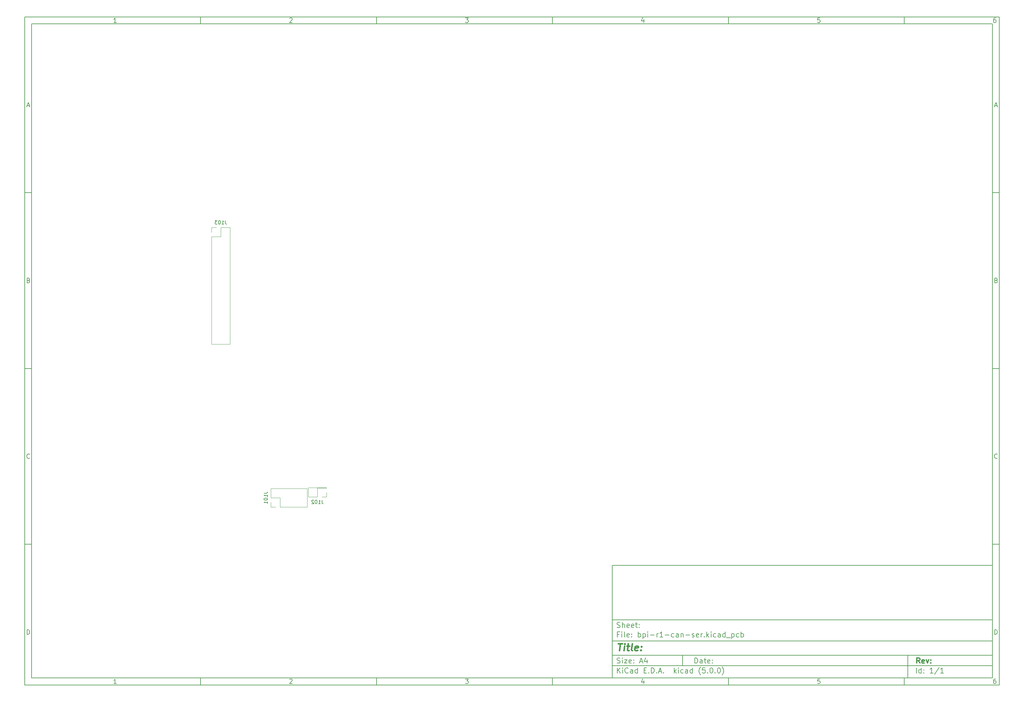
<source format=gbo>
G04 #@! TF.GenerationSoftware,KiCad,Pcbnew,(5.0.0)*
G04 #@! TF.CreationDate,2018-08-15T00:31:51+02:00*
G04 #@! TF.ProjectId,bpi-r1-can-ser,6270692D72312D63616E2D7365722E6B,rev?*
G04 #@! TF.SameCoordinates,Original*
G04 #@! TF.FileFunction,Legend,Bot*
G04 #@! TF.FilePolarity,Positive*
%FSLAX46Y46*%
G04 Gerber Fmt 4.6, Leading zero omitted, Abs format (unit mm)*
G04 Created by KiCad (PCBNEW (5.0.0)) date 08/15/18 00:31:51*
%MOMM*%
%LPD*%
G01*
G04 APERTURE LIST*
%ADD10C,0.100000*%
%ADD11C,0.150000*%
%ADD12C,0.300000*%
%ADD13C,0.400000*%
%ADD14C,0.120000*%
G04 APERTURE END LIST*
D10*
D11*
X177002200Y-166007200D02*
X177002200Y-198007200D01*
X285002200Y-198007200D01*
X285002200Y-166007200D01*
X177002200Y-166007200D01*
D10*
D11*
X10000000Y-10000000D02*
X10000000Y-200007200D01*
X287002200Y-200007200D01*
X287002200Y-10000000D01*
X10000000Y-10000000D01*
D10*
D11*
X12000000Y-12000000D02*
X12000000Y-198007200D01*
X285002200Y-198007200D01*
X285002200Y-12000000D01*
X12000000Y-12000000D01*
D10*
D11*
X60000000Y-12000000D02*
X60000000Y-10000000D01*
D10*
D11*
X110000000Y-12000000D02*
X110000000Y-10000000D01*
D10*
D11*
X160000000Y-12000000D02*
X160000000Y-10000000D01*
D10*
D11*
X210000000Y-12000000D02*
X210000000Y-10000000D01*
D10*
D11*
X260000000Y-12000000D02*
X260000000Y-10000000D01*
D10*
D11*
X36065476Y-11588095D02*
X35322619Y-11588095D01*
X35694047Y-11588095D02*
X35694047Y-10288095D01*
X35570238Y-10473809D01*
X35446428Y-10597619D01*
X35322619Y-10659523D01*
D10*
D11*
X85322619Y-10411904D02*
X85384523Y-10350000D01*
X85508333Y-10288095D01*
X85817857Y-10288095D01*
X85941666Y-10350000D01*
X86003571Y-10411904D01*
X86065476Y-10535714D01*
X86065476Y-10659523D01*
X86003571Y-10845238D01*
X85260714Y-11588095D01*
X86065476Y-11588095D01*
D10*
D11*
X135260714Y-10288095D02*
X136065476Y-10288095D01*
X135632142Y-10783333D01*
X135817857Y-10783333D01*
X135941666Y-10845238D01*
X136003571Y-10907142D01*
X136065476Y-11030952D01*
X136065476Y-11340476D01*
X136003571Y-11464285D01*
X135941666Y-11526190D01*
X135817857Y-11588095D01*
X135446428Y-11588095D01*
X135322619Y-11526190D01*
X135260714Y-11464285D01*
D10*
D11*
X185941666Y-10721428D02*
X185941666Y-11588095D01*
X185632142Y-10226190D02*
X185322619Y-11154761D01*
X186127380Y-11154761D01*
D10*
D11*
X236003571Y-10288095D02*
X235384523Y-10288095D01*
X235322619Y-10907142D01*
X235384523Y-10845238D01*
X235508333Y-10783333D01*
X235817857Y-10783333D01*
X235941666Y-10845238D01*
X236003571Y-10907142D01*
X236065476Y-11030952D01*
X236065476Y-11340476D01*
X236003571Y-11464285D01*
X235941666Y-11526190D01*
X235817857Y-11588095D01*
X235508333Y-11588095D01*
X235384523Y-11526190D01*
X235322619Y-11464285D01*
D10*
D11*
X285941666Y-10288095D02*
X285694047Y-10288095D01*
X285570238Y-10350000D01*
X285508333Y-10411904D01*
X285384523Y-10597619D01*
X285322619Y-10845238D01*
X285322619Y-11340476D01*
X285384523Y-11464285D01*
X285446428Y-11526190D01*
X285570238Y-11588095D01*
X285817857Y-11588095D01*
X285941666Y-11526190D01*
X286003571Y-11464285D01*
X286065476Y-11340476D01*
X286065476Y-11030952D01*
X286003571Y-10907142D01*
X285941666Y-10845238D01*
X285817857Y-10783333D01*
X285570238Y-10783333D01*
X285446428Y-10845238D01*
X285384523Y-10907142D01*
X285322619Y-11030952D01*
D10*
D11*
X60000000Y-198007200D02*
X60000000Y-200007200D01*
D10*
D11*
X110000000Y-198007200D02*
X110000000Y-200007200D01*
D10*
D11*
X160000000Y-198007200D02*
X160000000Y-200007200D01*
D10*
D11*
X210000000Y-198007200D02*
X210000000Y-200007200D01*
D10*
D11*
X260000000Y-198007200D02*
X260000000Y-200007200D01*
D10*
D11*
X36065476Y-199595295D02*
X35322619Y-199595295D01*
X35694047Y-199595295D02*
X35694047Y-198295295D01*
X35570238Y-198481009D01*
X35446428Y-198604819D01*
X35322619Y-198666723D01*
D10*
D11*
X85322619Y-198419104D02*
X85384523Y-198357200D01*
X85508333Y-198295295D01*
X85817857Y-198295295D01*
X85941666Y-198357200D01*
X86003571Y-198419104D01*
X86065476Y-198542914D01*
X86065476Y-198666723D01*
X86003571Y-198852438D01*
X85260714Y-199595295D01*
X86065476Y-199595295D01*
D10*
D11*
X135260714Y-198295295D02*
X136065476Y-198295295D01*
X135632142Y-198790533D01*
X135817857Y-198790533D01*
X135941666Y-198852438D01*
X136003571Y-198914342D01*
X136065476Y-199038152D01*
X136065476Y-199347676D01*
X136003571Y-199471485D01*
X135941666Y-199533390D01*
X135817857Y-199595295D01*
X135446428Y-199595295D01*
X135322619Y-199533390D01*
X135260714Y-199471485D01*
D10*
D11*
X185941666Y-198728628D02*
X185941666Y-199595295D01*
X185632142Y-198233390D02*
X185322619Y-199161961D01*
X186127380Y-199161961D01*
D10*
D11*
X236003571Y-198295295D02*
X235384523Y-198295295D01*
X235322619Y-198914342D01*
X235384523Y-198852438D01*
X235508333Y-198790533D01*
X235817857Y-198790533D01*
X235941666Y-198852438D01*
X236003571Y-198914342D01*
X236065476Y-199038152D01*
X236065476Y-199347676D01*
X236003571Y-199471485D01*
X235941666Y-199533390D01*
X235817857Y-199595295D01*
X235508333Y-199595295D01*
X235384523Y-199533390D01*
X235322619Y-199471485D01*
D10*
D11*
X285941666Y-198295295D02*
X285694047Y-198295295D01*
X285570238Y-198357200D01*
X285508333Y-198419104D01*
X285384523Y-198604819D01*
X285322619Y-198852438D01*
X285322619Y-199347676D01*
X285384523Y-199471485D01*
X285446428Y-199533390D01*
X285570238Y-199595295D01*
X285817857Y-199595295D01*
X285941666Y-199533390D01*
X286003571Y-199471485D01*
X286065476Y-199347676D01*
X286065476Y-199038152D01*
X286003571Y-198914342D01*
X285941666Y-198852438D01*
X285817857Y-198790533D01*
X285570238Y-198790533D01*
X285446428Y-198852438D01*
X285384523Y-198914342D01*
X285322619Y-199038152D01*
D10*
D11*
X10000000Y-60000000D02*
X12000000Y-60000000D01*
D10*
D11*
X10000000Y-110000000D02*
X12000000Y-110000000D01*
D10*
D11*
X10000000Y-160000000D02*
X12000000Y-160000000D01*
D10*
D11*
X10690476Y-35216666D02*
X11309523Y-35216666D01*
X10566666Y-35588095D02*
X11000000Y-34288095D01*
X11433333Y-35588095D01*
D10*
D11*
X11092857Y-84907142D02*
X11278571Y-84969047D01*
X11340476Y-85030952D01*
X11402380Y-85154761D01*
X11402380Y-85340476D01*
X11340476Y-85464285D01*
X11278571Y-85526190D01*
X11154761Y-85588095D01*
X10659523Y-85588095D01*
X10659523Y-84288095D01*
X11092857Y-84288095D01*
X11216666Y-84350000D01*
X11278571Y-84411904D01*
X11340476Y-84535714D01*
X11340476Y-84659523D01*
X11278571Y-84783333D01*
X11216666Y-84845238D01*
X11092857Y-84907142D01*
X10659523Y-84907142D01*
D10*
D11*
X11402380Y-135464285D02*
X11340476Y-135526190D01*
X11154761Y-135588095D01*
X11030952Y-135588095D01*
X10845238Y-135526190D01*
X10721428Y-135402380D01*
X10659523Y-135278571D01*
X10597619Y-135030952D01*
X10597619Y-134845238D01*
X10659523Y-134597619D01*
X10721428Y-134473809D01*
X10845238Y-134350000D01*
X11030952Y-134288095D01*
X11154761Y-134288095D01*
X11340476Y-134350000D01*
X11402380Y-134411904D01*
D10*
D11*
X10659523Y-185588095D02*
X10659523Y-184288095D01*
X10969047Y-184288095D01*
X11154761Y-184350000D01*
X11278571Y-184473809D01*
X11340476Y-184597619D01*
X11402380Y-184845238D01*
X11402380Y-185030952D01*
X11340476Y-185278571D01*
X11278571Y-185402380D01*
X11154761Y-185526190D01*
X10969047Y-185588095D01*
X10659523Y-185588095D01*
D10*
D11*
X287002200Y-60000000D02*
X285002200Y-60000000D01*
D10*
D11*
X287002200Y-110000000D02*
X285002200Y-110000000D01*
D10*
D11*
X287002200Y-160000000D02*
X285002200Y-160000000D01*
D10*
D11*
X285692676Y-35216666D02*
X286311723Y-35216666D01*
X285568866Y-35588095D02*
X286002200Y-34288095D01*
X286435533Y-35588095D01*
D10*
D11*
X286095057Y-84907142D02*
X286280771Y-84969047D01*
X286342676Y-85030952D01*
X286404580Y-85154761D01*
X286404580Y-85340476D01*
X286342676Y-85464285D01*
X286280771Y-85526190D01*
X286156961Y-85588095D01*
X285661723Y-85588095D01*
X285661723Y-84288095D01*
X286095057Y-84288095D01*
X286218866Y-84350000D01*
X286280771Y-84411904D01*
X286342676Y-84535714D01*
X286342676Y-84659523D01*
X286280771Y-84783333D01*
X286218866Y-84845238D01*
X286095057Y-84907142D01*
X285661723Y-84907142D01*
D10*
D11*
X286404580Y-135464285D02*
X286342676Y-135526190D01*
X286156961Y-135588095D01*
X286033152Y-135588095D01*
X285847438Y-135526190D01*
X285723628Y-135402380D01*
X285661723Y-135278571D01*
X285599819Y-135030952D01*
X285599819Y-134845238D01*
X285661723Y-134597619D01*
X285723628Y-134473809D01*
X285847438Y-134350000D01*
X286033152Y-134288095D01*
X286156961Y-134288095D01*
X286342676Y-134350000D01*
X286404580Y-134411904D01*
D10*
D11*
X285661723Y-185588095D02*
X285661723Y-184288095D01*
X285971247Y-184288095D01*
X286156961Y-184350000D01*
X286280771Y-184473809D01*
X286342676Y-184597619D01*
X286404580Y-184845238D01*
X286404580Y-185030952D01*
X286342676Y-185278571D01*
X286280771Y-185402380D01*
X286156961Y-185526190D01*
X285971247Y-185588095D01*
X285661723Y-185588095D01*
D10*
D11*
X200434342Y-193785771D02*
X200434342Y-192285771D01*
X200791485Y-192285771D01*
X201005771Y-192357200D01*
X201148628Y-192500057D01*
X201220057Y-192642914D01*
X201291485Y-192928628D01*
X201291485Y-193142914D01*
X201220057Y-193428628D01*
X201148628Y-193571485D01*
X201005771Y-193714342D01*
X200791485Y-193785771D01*
X200434342Y-193785771D01*
X202577200Y-193785771D02*
X202577200Y-193000057D01*
X202505771Y-192857200D01*
X202362914Y-192785771D01*
X202077200Y-192785771D01*
X201934342Y-192857200D01*
X202577200Y-193714342D02*
X202434342Y-193785771D01*
X202077200Y-193785771D01*
X201934342Y-193714342D01*
X201862914Y-193571485D01*
X201862914Y-193428628D01*
X201934342Y-193285771D01*
X202077200Y-193214342D01*
X202434342Y-193214342D01*
X202577200Y-193142914D01*
X203077200Y-192785771D02*
X203648628Y-192785771D01*
X203291485Y-192285771D02*
X203291485Y-193571485D01*
X203362914Y-193714342D01*
X203505771Y-193785771D01*
X203648628Y-193785771D01*
X204720057Y-193714342D02*
X204577200Y-193785771D01*
X204291485Y-193785771D01*
X204148628Y-193714342D01*
X204077200Y-193571485D01*
X204077200Y-193000057D01*
X204148628Y-192857200D01*
X204291485Y-192785771D01*
X204577200Y-192785771D01*
X204720057Y-192857200D01*
X204791485Y-193000057D01*
X204791485Y-193142914D01*
X204077200Y-193285771D01*
X205434342Y-193642914D02*
X205505771Y-193714342D01*
X205434342Y-193785771D01*
X205362914Y-193714342D01*
X205434342Y-193642914D01*
X205434342Y-193785771D01*
X205434342Y-192857200D02*
X205505771Y-192928628D01*
X205434342Y-193000057D01*
X205362914Y-192928628D01*
X205434342Y-192857200D01*
X205434342Y-193000057D01*
D10*
D11*
X177002200Y-194507200D02*
X285002200Y-194507200D01*
D10*
D11*
X178434342Y-196585771D02*
X178434342Y-195085771D01*
X179291485Y-196585771D02*
X178648628Y-195728628D01*
X179291485Y-195085771D02*
X178434342Y-195942914D01*
X179934342Y-196585771D02*
X179934342Y-195585771D01*
X179934342Y-195085771D02*
X179862914Y-195157200D01*
X179934342Y-195228628D01*
X180005771Y-195157200D01*
X179934342Y-195085771D01*
X179934342Y-195228628D01*
X181505771Y-196442914D02*
X181434342Y-196514342D01*
X181220057Y-196585771D01*
X181077200Y-196585771D01*
X180862914Y-196514342D01*
X180720057Y-196371485D01*
X180648628Y-196228628D01*
X180577200Y-195942914D01*
X180577200Y-195728628D01*
X180648628Y-195442914D01*
X180720057Y-195300057D01*
X180862914Y-195157200D01*
X181077200Y-195085771D01*
X181220057Y-195085771D01*
X181434342Y-195157200D01*
X181505771Y-195228628D01*
X182791485Y-196585771D02*
X182791485Y-195800057D01*
X182720057Y-195657200D01*
X182577200Y-195585771D01*
X182291485Y-195585771D01*
X182148628Y-195657200D01*
X182791485Y-196514342D02*
X182648628Y-196585771D01*
X182291485Y-196585771D01*
X182148628Y-196514342D01*
X182077200Y-196371485D01*
X182077200Y-196228628D01*
X182148628Y-196085771D01*
X182291485Y-196014342D01*
X182648628Y-196014342D01*
X182791485Y-195942914D01*
X184148628Y-196585771D02*
X184148628Y-195085771D01*
X184148628Y-196514342D02*
X184005771Y-196585771D01*
X183720057Y-196585771D01*
X183577200Y-196514342D01*
X183505771Y-196442914D01*
X183434342Y-196300057D01*
X183434342Y-195871485D01*
X183505771Y-195728628D01*
X183577200Y-195657200D01*
X183720057Y-195585771D01*
X184005771Y-195585771D01*
X184148628Y-195657200D01*
X186005771Y-195800057D02*
X186505771Y-195800057D01*
X186720057Y-196585771D02*
X186005771Y-196585771D01*
X186005771Y-195085771D01*
X186720057Y-195085771D01*
X187362914Y-196442914D02*
X187434342Y-196514342D01*
X187362914Y-196585771D01*
X187291485Y-196514342D01*
X187362914Y-196442914D01*
X187362914Y-196585771D01*
X188077200Y-196585771D02*
X188077200Y-195085771D01*
X188434342Y-195085771D01*
X188648628Y-195157200D01*
X188791485Y-195300057D01*
X188862914Y-195442914D01*
X188934342Y-195728628D01*
X188934342Y-195942914D01*
X188862914Y-196228628D01*
X188791485Y-196371485D01*
X188648628Y-196514342D01*
X188434342Y-196585771D01*
X188077200Y-196585771D01*
X189577200Y-196442914D02*
X189648628Y-196514342D01*
X189577200Y-196585771D01*
X189505771Y-196514342D01*
X189577200Y-196442914D01*
X189577200Y-196585771D01*
X190220057Y-196157200D02*
X190934342Y-196157200D01*
X190077200Y-196585771D02*
X190577200Y-195085771D01*
X191077200Y-196585771D01*
X191577200Y-196442914D02*
X191648628Y-196514342D01*
X191577200Y-196585771D01*
X191505771Y-196514342D01*
X191577200Y-196442914D01*
X191577200Y-196585771D01*
X194577200Y-196585771D02*
X194577200Y-195085771D01*
X194720057Y-196014342D02*
X195148628Y-196585771D01*
X195148628Y-195585771D02*
X194577200Y-196157200D01*
X195791485Y-196585771D02*
X195791485Y-195585771D01*
X195791485Y-195085771D02*
X195720057Y-195157200D01*
X195791485Y-195228628D01*
X195862914Y-195157200D01*
X195791485Y-195085771D01*
X195791485Y-195228628D01*
X197148628Y-196514342D02*
X197005771Y-196585771D01*
X196720057Y-196585771D01*
X196577200Y-196514342D01*
X196505771Y-196442914D01*
X196434342Y-196300057D01*
X196434342Y-195871485D01*
X196505771Y-195728628D01*
X196577200Y-195657200D01*
X196720057Y-195585771D01*
X197005771Y-195585771D01*
X197148628Y-195657200D01*
X198434342Y-196585771D02*
X198434342Y-195800057D01*
X198362914Y-195657200D01*
X198220057Y-195585771D01*
X197934342Y-195585771D01*
X197791485Y-195657200D01*
X198434342Y-196514342D02*
X198291485Y-196585771D01*
X197934342Y-196585771D01*
X197791485Y-196514342D01*
X197720057Y-196371485D01*
X197720057Y-196228628D01*
X197791485Y-196085771D01*
X197934342Y-196014342D01*
X198291485Y-196014342D01*
X198434342Y-195942914D01*
X199791485Y-196585771D02*
X199791485Y-195085771D01*
X199791485Y-196514342D02*
X199648628Y-196585771D01*
X199362914Y-196585771D01*
X199220057Y-196514342D01*
X199148628Y-196442914D01*
X199077200Y-196300057D01*
X199077200Y-195871485D01*
X199148628Y-195728628D01*
X199220057Y-195657200D01*
X199362914Y-195585771D01*
X199648628Y-195585771D01*
X199791485Y-195657200D01*
X202077200Y-197157200D02*
X202005771Y-197085771D01*
X201862914Y-196871485D01*
X201791485Y-196728628D01*
X201720057Y-196514342D01*
X201648628Y-196157200D01*
X201648628Y-195871485D01*
X201720057Y-195514342D01*
X201791485Y-195300057D01*
X201862914Y-195157200D01*
X202005771Y-194942914D01*
X202077200Y-194871485D01*
X203362914Y-195085771D02*
X202648628Y-195085771D01*
X202577200Y-195800057D01*
X202648628Y-195728628D01*
X202791485Y-195657200D01*
X203148628Y-195657200D01*
X203291485Y-195728628D01*
X203362914Y-195800057D01*
X203434342Y-195942914D01*
X203434342Y-196300057D01*
X203362914Y-196442914D01*
X203291485Y-196514342D01*
X203148628Y-196585771D01*
X202791485Y-196585771D01*
X202648628Y-196514342D01*
X202577200Y-196442914D01*
X204077200Y-196442914D02*
X204148628Y-196514342D01*
X204077200Y-196585771D01*
X204005771Y-196514342D01*
X204077200Y-196442914D01*
X204077200Y-196585771D01*
X205077200Y-195085771D02*
X205220057Y-195085771D01*
X205362914Y-195157200D01*
X205434342Y-195228628D01*
X205505771Y-195371485D01*
X205577200Y-195657200D01*
X205577200Y-196014342D01*
X205505771Y-196300057D01*
X205434342Y-196442914D01*
X205362914Y-196514342D01*
X205220057Y-196585771D01*
X205077200Y-196585771D01*
X204934342Y-196514342D01*
X204862914Y-196442914D01*
X204791485Y-196300057D01*
X204720057Y-196014342D01*
X204720057Y-195657200D01*
X204791485Y-195371485D01*
X204862914Y-195228628D01*
X204934342Y-195157200D01*
X205077200Y-195085771D01*
X206220057Y-196442914D02*
X206291485Y-196514342D01*
X206220057Y-196585771D01*
X206148628Y-196514342D01*
X206220057Y-196442914D01*
X206220057Y-196585771D01*
X207220057Y-195085771D02*
X207362914Y-195085771D01*
X207505771Y-195157200D01*
X207577200Y-195228628D01*
X207648628Y-195371485D01*
X207720057Y-195657200D01*
X207720057Y-196014342D01*
X207648628Y-196300057D01*
X207577200Y-196442914D01*
X207505771Y-196514342D01*
X207362914Y-196585771D01*
X207220057Y-196585771D01*
X207077200Y-196514342D01*
X207005771Y-196442914D01*
X206934342Y-196300057D01*
X206862914Y-196014342D01*
X206862914Y-195657200D01*
X206934342Y-195371485D01*
X207005771Y-195228628D01*
X207077200Y-195157200D01*
X207220057Y-195085771D01*
X208220057Y-197157200D02*
X208291485Y-197085771D01*
X208434342Y-196871485D01*
X208505771Y-196728628D01*
X208577200Y-196514342D01*
X208648628Y-196157200D01*
X208648628Y-195871485D01*
X208577200Y-195514342D01*
X208505771Y-195300057D01*
X208434342Y-195157200D01*
X208291485Y-194942914D01*
X208220057Y-194871485D01*
D10*
D11*
X177002200Y-191507200D02*
X285002200Y-191507200D01*
D10*
D12*
X264411485Y-193785771D02*
X263911485Y-193071485D01*
X263554342Y-193785771D02*
X263554342Y-192285771D01*
X264125771Y-192285771D01*
X264268628Y-192357200D01*
X264340057Y-192428628D01*
X264411485Y-192571485D01*
X264411485Y-192785771D01*
X264340057Y-192928628D01*
X264268628Y-193000057D01*
X264125771Y-193071485D01*
X263554342Y-193071485D01*
X265625771Y-193714342D02*
X265482914Y-193785771D01*
X265197200Y-193785771D01*
X265054342Y-193714342D01*
X264982914Y-193571485D01*
X264982914Y-193000057D01*
X265054342Y-192857200D01*
X265197200Y-192785771D01*
X265482914Y-192785771D01*
X265625771Y-192857200D01*
X265697200Y-193000057D01*
X265697200Y-193142914D01*
X264982914Y-193285771D01*
X266197200Y-192785771D02*
X266554342Y-193785771D01*
X266911485Y-192785771D01*
X267482914Y-193642914D02*
X267554342Y-193714342D01*
X267482914Y-193785771D01*
X267411485Y-193714342D01*
X267482914Y-193642914D01*
X267482914Y-193785771D01*
X267482914Y-192857200D02*
X267554342Y-192928628D01*
X267482914Y-193000057D01*
X267411485Y-192928628D01*
X267482914Y-192857200D01*
X267482914Y-193000057D01*
D10*
D11*
X178362914Y-193714342D02*
X178577200Y-193785771D01*
X178934342Y-193785771D01*
X179077200Y-193714342D01*
X179148628Y-193642914D01*
X179220057Y-193500057D01*
X179220057Y-193357200D01*
X179148628Y-193214342D01*
X179077200Y-193142914D01*
X178934342Y-193071485D01*
X178648628Y-193000057D01*
X178505771Y-192928628D01*
X178434342Y-192857200D01*
X178362914Y-192714342D01*
X178362914Y-192571485D01*
X178434342Y-192428628D01*
X178505771Y-192357200D01*
X178648628Y-192285771D01*
X179005771Y-192285771D01*
X179220057Y-192357200D01*
X179862914Y-193785771D02*
X179862914Y-192785771D01*
X179862914Y-192285771D02*
X179791485Y-192357200D01*
X179862914Y-192428628D01*
X179934342Y-192357200D01*
X179862914Y-192285771D01*
X179862914Y-192428628D01*
X180434342Y-192785771D02*
X181220057Y-192785771D01*
X180434342Y-193785771D01*
X181220057Y-193785771D01*
X182362914Y-193714342D02*
X182220057Y-193785771D01*
X181934342Y-193785771D01*
X181791485Y-193714342D01*
X181720057Y-193571485D01*
X181720057Y-193000057D01*
X181791485Y-192857200D01*
X181934342Y-192785771D01*
X182220057Y-192785771D01*
X182362914Y-192857200D01*
X182434342Y-193000057D01*
X182434342Y-193142914D01*
X181720057Y-193285771D01*
X183077200Y-193642914D02*
X183148628Y-193714342D01*
X183077200Y-193785771D01*
X183005771Y-193714342D01*
X183077200Y-193642914D01*
X183077200Y-193785771D01*
X183077200Y-192857200D02*
X183148628Y-192928628D01*
X183077200Y-193000057D01*
X183005771Y-192928628D01*
X183077200Y-192857200D01*
X183077200Y-193000057D01*
X184862914Y-193357200D02*
X185577200Y-193357200D01*
X184720057Y-193785771D02*
X185220057Y-192285771D01*
X185720057Y-193785771D01*
X186862914Y-192785771D02*
X186862914Y-193785771D01*
X186505771Y-192214342D02*
X186148628Y-193285771D01*
X187077200Y-193285771D01*
D10*
D11*
X263434342Y-196585771D02*
X263434342Y-195085771D01*
X264791485Y-196585771D02*
X264791485Y-195085771D01*
X264791485Y-196514342D02*
X264648628Y-196585771D01*
X264362914Y-196585771D01*
X264220057Y-196514342D01*
X264148628Y-196442914D01*
X264077200Y-196300057D01*
X264077200Y-195871485D01*
X264148628Y-195728628D01*
X264220057Y-195657200D01*
X264362914Y-195585771D01*
X264648628Y-195585771D01*
X264791485Y-195657200D01*
X265505771Y-196442914D02*
X265577200Y-196514342D01*
X265505771Y-196585771D01*
X265434342Y-196514342D01*
X265505771Y-196442914D01*
X265505771Y-196585771D01*
X265505771Y-195657200D02*
X265577200Y-195728628D01*
X265505771Y-195800057D01*
X265434342Y-195728628D01*
X265505771Y-195657200D01*
X265505771Y-195800057D01*
X268148628Y-196585771D02*
X267291485Y-196585771D01*
X267720057Y-196585771D02*
X267720057Y-195085771D01*
X267577200Y-195300057D01*
X267434342Y-195442914D01*
X267291485Y-195514342D01*
X269862914Y-195014342D02*
X268577200Y-196942914D01*
X271148628Y-196585771D02*
X270291485Y-196585771D01*
X270720057Y-196585771D02*
X270720057Y-195085771D01*
X270577200Y-195300057D01*
X270434342Y-195442914D01*
X270291485Y-195514342D01*
D10*
D11*
X177002200Y-187507200D02*
X285002200Y-187507200D01*
D10*
D13*
X178714580Y-188211961D02*
X179857438Y-188211961D01*
X179036009Y-190211961D02*
X179286009Y-188211961D01*
X180274104Y-190211961D02*
X180440771Y-188878628D01*
X180524104Y-188211961D02*
X180416961Y-188307200D01*
X180500295Y-188402438D01*
X180607438Y-188307200D01*
X180524104Y-188211961D01*
X180500295Y-188402438D01*
X181107438Y-188878628D02*
X181869342Y-188878628D01*
X181476485Y-188211961D02*
X181262200Y-189926247D01*
X181333628Y-190116723D01*
X181512200Y-190211961D01*
X181702676Y-190211961D01*
X182655057Y-190211961D02*
X182476485Y-190116723D01*
X182405057Y-189926247D01*
X182619342Y-188211961D01*
X184190771Y-190116723D02*
X183988390Y-190211961D01*
X183607438Y-190211961D01*
X183428866Y-190116723D01*
X183357438Y-189926247D01*
X183452676Y-189164342D01*
X183571723Y-188973866D01*
X183774104Y-188878628D01*
X184155057Y-188878628D01*
X184333628Y-188973866D01*
X184405057Y-189164342D01*
X184381247Y-189354819D01*
X183405057Y-189545295D01*
X185155057Y-190021485D02*
X185238390Y-190116723D01*
X185131247Y-190211961D01*
X185047914Y-190116723D01*
X185155057Y-190021485D01*
X185131247Y-190211961D01*
X185286009Y-188973866D02*
X185369342Y-189069104D01*
X185262200Y-189164342D01*
X185178866Y-189069104D01*
X185286009Y-188973866D01*
X185262200Y-189164342D01*
D10*
D11*
X178934342Y-185600057D02*
X178434342Y-185600057D01*
X178434342Y-186385771D02*
X178434342Y-184885771D01*
X179148628Y-184885771D01*
X179720057Y-186385771D02*
X179720057Y-185385771D01*
X179720057Y-184885771D02*
X179648628Y-184957200D01*
X179720057Y-185028628D01*
X179791485Y-184957200D01*
X179720057Y-184885771D01*
X179720057Y-185028628D01*
X180648628Y-186385771D02*
X180505771Y-186314342D01*
X180434342Y-186171485D01*
X180434342Y-184885771D01*
X181791485Y-186314342D02*
X181648628Y-186385771D01*
X181362914Y-186385771D01*
X181220057Y-186314342D01*
X181148628Y-186171485D01*
X181148628Y-185600057D01*
X181220057Y-185457200D01*
X181362914Y-185385771D01*
X181648628Y-185385771D01*
X181791485Y-185457200D01*
X181862914Y-185600057D01*
X181862914Y-185742914D01*
X181148628Y-185885771D01*
X182505771Y-186242914D02*
X182577200Y-186314342D01*
X182505771Y-186385771D01*
X182434342Y-186314342D01*
X182505771Y-186242914D01*
X182505771Y-186385771D01*
X182505771Y-185457200D02*
X182577200Y-185528628D01*
X182505771Y-185600057D01*
X182434342Y-185528628D01*
X182505771Y-185457200D01*
X182505771Y-185600057D01*
X184362914Y-186385771D02*
X184362914Y-184885771D01*
X184362914Y-185457200D02*
X184505771Y-185385771D01*
X184791485Y-185385771D01*
X184934342Y-185457200D01*
X185005771Y-185528628D01*
X185077200Y-185671485D01*
X185077200Y-186100057D01*
X185005771Y-186242914D01*
X184934342Y-186314342D01*
X184791485Y-186385771D01*
X184505771Y-186385771D01*
X184362914Y-186314342D01*
X185720057Y-185385771D02*
X185720057Y-186885771D01*
X185720057Y-185457200D02*
X185862914Y-185385771D01*
X186148628Y-185385771D01*
X186291485Y-185457200D01*
X186362914Y-185528628D01*
X186434342Y-185671485D01*
X186434342Y-186100057D01*
X186362914Y-186242914D01*
X186291485Y-186314342D01*
X186148628Y-186385771D01*
X185862914Y-186385771D01*
X185720057Y-186314342D01*
X187077200Y-186385771D02*
X187077200Y-185385771D01*
X187077200Y-184885771D02*
X187005771Y-184957200D01*
X187077200Y-185028628D01*
X187148628Y-184957200D01*
X187077200Y-184885771D01*
X187077200Y-185028628D01*
X187791485Y-185814342D02*
X188934342Y-185814342D01*
X189648628Y-186385771D02*
X189648628Y-185385771D01*
X189648628Y-185671485D02*
X189720057Y-185528628D01*
X189791485Y-185457200D01*
X189934342Y-185385771D01*
X190077200Y-185385771D01*
X191362914Y-186385771D02*
X190505771Y-186385771D01*
X190934342Y-186385771D02*
X190934342Y-184885771D01*
X190791485Y-185100057D01*
X190648628Y-185242914D01*
X190505771Y-185314342D01*
X192005771Y-185814342D02*
X193148628Y-185814342D01*
X194505771Y-186314342D02*
X194362914Y-186385771D01*
X194077200Y-186385771D01*
X193934342Y-186314342D01*
X193862914Y-186242914D01*
X193791485Y-186100057D01*
X193791485Y-185671485D01*
X193862914Y-185528628D01*
X193934342Y-185457200D01*
X194077200Y-185385771D01*
X194362914Y-185385771D01*
X194505771Y-185457200D01*
X195791485Y-186385771D02*
X195791485Y-185600057D01*
X195720057Y-185457200D01*
X195577200Y-185385771D01*
X195291485Y-185385771D01*
X195148628Y-185457200D01*
X195791485Y-186314342D02*
X195648628Y-186385771D01*
X195291485Y-186385771D01*
X195148628Y-186314342D01*
X195077200Y-186171485D01*
X195077200Y-186028628D01*
X195148628Y-185885771D01*
X195291485Y-185814342D01*
X195648628Y-185814342D01*
X195791485Y-185742914D01*
X196505771Y-185385771D02*
X196505771Y-186385771D01*
X196505771Y-185528628D02*
X196577200Y-185457200D01*
X196720057Y-185385771D01*
X196934342Y-185385771D01*
X197077200Y-185457200D01*
X197148628Y-185600057D01*
X197148628Y-186385771D01*
X197862914Y-185814342D02*
X199005771Y-185814342D01*
X199648628Y-186314342D02*
X199791485Y-186385771D01*
X200077200Y-186385771D01*
X200220057Y-186314342D01*
X200291485Y-186171485D01*
X200291485Y-186100057D01*
X200220057Y-185957200D01*
X200077200Y-185885771D01*
X199862914Y-185885771D01*
X199720057Y-185814342D01*
X199648628Y-185671485D01*
X199648628Y-185600057D01*
X199720057Y-185457200D01*
X199862914Y-185385771D01*
X200077200Y-185385771D01*
X200220057Y-185457200D01*
X201505771Y-186314342D02*
X201362914Y-186385771D01*
X201077200Y-186385771D01*
X200934342Y-186314342D01*
X200862914Y-186171485D01*
X200862914Y-185600057D01*
X200934342Y-185457200D01*
X201077200Y-185385771D01*
X201362914Y-185385771D01*
X201505771Y-185457200D01*
X201577200Y-185600057D01*
X201577200Y-185742914D01*
X200862914Y-185885771D01*
X202220057Y-186385771D02*
X202220057Y-185385771D01*
X202220057Y-185671485D02*
X202291485Y-185528628D01*
X202362914Y-185457200D01*
X202505771Y-185385771D01*
X202648628Y-185385771D01*
X203148628Y-186242914D02*
X203220057Y-186314342D01*
X203148628Y-186385771D01*
X203077200Y-186314342D01*
X203148628Y-186242914D01*
X203148628Y-186385771D01*
X203862914Y-186385771D02*
X203862914Y-184885771D01*
X204005771Y-185814342D02*
X204434342Y-186385771D01*
X204434342Y-185385771D02*
X203862914Y-185957200D01*
X205077200Y-186385771D02*
X205077200Y-185385771D01*
X205077200Y-184885771D02*
X205005771Y-184957200D01*
X205077200Y-185028628D01*
X205148628Y-184957200D01*
X205077200Y-184885771D01*
X205077200Y-185028628D01*
X206434342Y-186314342D02*
X206291485Y-186385771D01*
X206005771Y-186385771D01*
X205862914Y-186314342D01*
X205791485Y-186242914D01*
X205720057Y-186100057D01*
X205720057Y-185671485D01*
X205791485Y-185528628D01*
X205862914Y-185457200D01*
X206005771Y-185385771D01*
X206291485Y-185385771D01*
X206434342Y-185457200D01*
X207720057Y-186385771D02*
X207720057Y-185600057D01*
X207648628Y-185457200D01*
X207505771Y-185385771D01*
X207220057Y-185385771D01*
X207077200Y-185457200D01*
X207720057Y-186314342D02*
X207577200Y-186385771D01*
X207220057Y-186385771D01*
X207077200Y-186314342D01*
X207005771Y-186171485D01*
X207005771Y-186028628D01*
X207077200Y-185885771D01*
X207220057Y-185814342D01*
X207577200Y-185814342D01*
X207720057Y-185742914D01*
X209077200Y-186385771D02*
X209077200Y-184885771D01*
X209077200Y-186314342D02*
X208934342Y-186385771D01*
X208648628Y-186385771D01*
X208505771Y-186314342D01*
X208434342Y-186242914D01*
X208362914Y-186100057D01*
X208362914Y-185671485D01*
X208434342Y-185528628D01*
X208505771Y-185457200D01*
X208648628Y-185385771D01*
X208934342Y-185385771D01*
X209077200Y-185457200D01*
X209434342Y-186528628D02*
X210577200Y-186528628D01*
X210934342Y-185385771D02*
X210934342Y-186885771D01*
X210934342Y-185457200D02*
X211077200Y-185385771D01*
X211362914Y-185385771D01*
X211505771Y-185457200D01*
X211577200Y-185528628D01*
X211648628Y-185671485D01*
X211648628Y-186100057D01*
X211577200Y-186242914D01*
X211505771Y-186314342D01*
X211362914Y-186385771D01*
X211077200Y-186385771D01*
X210934342Y-186314342D01*
X212934342Y-186314342D02*
X212791485Y-186385771D01*
X212505771Y-186385771D01*
X212362914Y-186314342D01*
X212291485Y-186242914D01*
X212220057Y-186100057D01*
X212220057Y-185671485D01*
X212291485Y-185528628D01*
X212362914Y-185457200D01*
X212505771Y-185385771D01*
X212791485Y-185385771D01*
X212934342Y-185457200D01*
X213577200Y-186385771D02*
X213577200Y-184885771D01*
X213577200Y-185457200D02*
X213720057Y-185385771D01*
X214005771Y-185385771D01*
X214148628Y-185457200D01*
X214220057Y-185528628D01*
X214291485Y-185671485D01*
X214291485Y-186100057D01*
X214220057Y-186242914D01*
X214148628Y-186314342D01*
X214005771Y-186385771D01*
X213720057Y-186385771D01*
X213577200Y-186314342D01*
D10*
D11*
X177002200Y-181507200D02*
X285002200Y-181507200D01*
D10*
D11*
X178362914Y-183614342D02*
X178577200Y-183685771D01*
X178934342Y-183685771D01*
X179077200Y-183614342D01*
X179148628Y-183542914D01*
X179220057Y-183400057D01*
X179220057Y-183257200D01*
X179148628Y-183114342D01*
X179077200Y-183042914D01*
X178934342Y-182971485D01*
X178648628Y-182900057D01*
X178505771Y-182828628D01*
X178434342Y-182757200D01*
X178362914Y-182614342D01*
X178362914Y-182471485D01*
X178434342Y-182328628D01*
X178505771Y-182257200D01*
X178648628Y-182185771D01*
X179005771Y-182185771D01*
X179220057Y-182257200D01*
X179862914Y-183685771D02*
X179862914Y-182185771D01*
X180505771Y-183685771D02*
X180505771Y-182900057D01*
X180434342Y-182757200D01*
X180291485Y-182685771D01*
X180077200Y-182685771D01*
X179934342Y-182757200D01*
X179862914Y-182828628D01*
X181791485Y-183614342D02*
X181648628Y-183685771D01*
X181362914Y-183685771D01*
X181220057Y-183614342D01*
X181148628Y-183471485D01*
X181148628Y-182900057D01*
X181220057Y-182757200D01*
X181362914Y-182685771D01*
X181648628Y-182685771D01*
X181791485Y-182757200D01*
X181862914Y-182900057D01*
X181862914Y-183042914D01*
X181148628Y-183185771D01*
X183077200Y-183614342D02*
X182934342Y-183685771D01*
X182648628Y-183685771D01*
X182505771Y-183614342D01*
X182434342Y-183471485D01*
X182434342Y-182900057D01*
X182505771Y-182757200D01*
X182648628Y-182685771D01*
X182934342Y-182685771D01*
X183077200Y-182757200D01*
X183148628Y-182900057D01*
X183148628Y-183042914D01*
X182434342Y-183185771D01*
X183577200Y-182685771D02*
X184148628Y-182685771D01*
X183791485Y-182185771D02*
X183791485Y-183471485D01*
X183862914Y-183614342D01*
X184005771Y-183685771D01*
X184148628Y-183685771D01*
X184648628Y-183542914D02*
X184720057Y-183614342D01*
X184648628Y-183685771D01*
X184577200Y-183614342D01*
X184648628Y-183542914D01*
X184648628Y-183685771D01*
X184648628Y-182757200D02*
X184720057Y-182828628D01*
X184648628Y-182900057D01*
X184577200Y-182828628D01*
X184648628Y-182757200D01*
X184648628Y-182900057D01*
D10*
D11*
X197002200Y-191507200D02*
X197002200Y-194507200D01*
D10*
D11*
X261002200Y-191507200D02*
X261002200Y-198007200D01*
D14*
G04 #@! TO.C,J101*
X79990000Y-148040000D02*
X79990000Y-149370000D01*
X79990000Y-149370000D02*
X81320000Y-149370000D01*
X79990000Y-146770000D02*
X82590000Y-146770000D01*
X82590000Y-146770000D02*
X82590000Y-149370000D01*
X82590000Y-149370000D02*
X90270000Y-149370000D01*
X90270000Y-144170000D02*
X90270000Y-149370000D01*
X79990000Y-144170000D02*
X90270000Y-144170000D01*
X79990000Y-144170000D02*
X79990000Y-146770000D01*
G04 #@! TO.C,J102*
X90593600Y-146530000D02*
X93193600Y-146530000D01*
X90593600Y-146530000D02*
X90593600Y-143870000D01*
X90593600Y-143870000D02*
X95793600Y-143870000D01*
X95793600Y-143930000D02*
X95793600Y-143870000D01*
X93193600Y-143930000D02*
X95793600Y-143930000D01*
X93193600Y-146530000D02*
X93193600Y-143930000D01*
X95793600Y-146530000D02*
X95793600Y-145200000D01*
X94463600Y-146530000D02*
X95793600Y-146530000D01*
G04 #@! TO.C,J103*
X68348900Y-69912680D02*
X65748900Y-69912680D01*
X68348900Y-69912680D02*
X68348900Y-103052680D01*
X68348900Y-103052680D02*
X63148900Y-103052680D01*
X63148900Y-72512680D02*
X63148900Y-103052680D01*
X65748900Y-72512680D02*
X63148900Y-72512680D01*
X65748900Y-69912680D02*
X65748900Y-72512680D01*
X63148900Y-69912680D02*
X63148900Y-71242680D01*
X64478900Y-69912680D02*
X63148900Y-69912680D01*
G04 #@! TO.C,J101*
D11*
X78002380Y-145484285D02*
X78716666Y-145484285D01*
X78859523Y-145436666D01*
X78954761Y-145341428D01*
X79002380Y-145198571D01*
X79002380Y-145103333D01*
X79002380Y-146484285D02*
X79002380Y-145912857D01*
X79002380Y-146198571D02*
X78002380Y-146198571D01*
X78145238Y-146103333D01*
X78240476Y-146008095D01*
X78288095Y-145912857D01*
X78002380Y-147103333D02*
X78002380Y-147198571D01*
X78050000Y-147293809D01*
X78097619Y-147341428D01*
X78192857Y-147389047D01*
X78383333Y-147436666D01*
X78621428Y-147436666D01*
X78811904Y-147389047D01*
X78907142Y-147341428D01*
X78954761Y-147293809D01*
X79002380Y-147198571D01*
X79002380Y-147103333D01*
X78954761Y-147008095D01*
X78907142Y-146960476D01*
X78811904Y-146912857D01*
X78621428Y-146865238D01*
X78383333Y-146865238D01*
X78192857Y-146912857D01*
X78097619Y-146960476D01*
X78050000Y-147008095D01*
X78002380Y-147103333D01*
X79002380Y-148389047D02*
X79002380Y-147817619D01*
X79002380Y-148103333D02*
X78002380Y-148103333D01*
X78145238Y-148008095D01*
X78240476Y-147912857D01*
X78288095Y-147817619D01*
G04 #@! TO.C,J102*
X94479314Y-147422380D02*
X94479314Y-148136666D01*
X94526933Y-148279523D01*
X94622171Y-148374761D01*
X94765028Y-148422380D01*
X94860266Y-148422380D01*
X93479314Y-148422380D02*
X94050742Y-148422380D01*
X93765028Y-148422380D02*
X93765028Y-147422380D01*
X93860266Y-147565238D01*
X93955504Y-147660476D01*
X94050742Y-147708095D01*
X92860266Y-147422380D02*
X92765028Y-147422380D01*
X92669790Y-147470000D01*
X92622171Y-147517619D01*
X92574552Y-147612857D01*
X92526933Y-147803333D01*
X92526933Y-148041428D01*
X92574552Y-148231904D01*
X92622171Y-148327142D01*
X92669790Y-148374761D01*
X92765028Y-148422380D01*
X92860266Y-148422380D01*
X92955504Y-148374761D01*
X93003123Y-148327142D01*
X93050742Y-148231904D01*
X93098361Y-148041428D01*
X93098361Y-147803333D01*
X93050742Y-147612857D01*
X93003123Y-147517619D01*
X92955504Y-147470000D01*
X92860266Y-147422380D01*
X92145980Y-147517619D02*
X92098361Y-147470000D01*
X92003123Y-147422380D01*
X91765028Y-147422380D01*
X91669790Y-147470000D01*
X91622171Y-147517619D01*
X91574552Y-147612857D01*
X91574552Y-147708095D01*
X91622171Y-147850952D01*
X92193600Y-148422380D01*
X91574552Y-148422380D01*
G04 #@! TO.C,J103*
X67034614Y-67925060D02*
X67034614Y-68639346D01*
X67082233Y-68782203D01*
X67177471Y-68877441D01*
X67320328Y-68925060D01*
X67415566Y-68925060D01*
X66034614Y-68925060D02*
X66606042Y-68925060D01*
X66320328Y-68925060D02*
X66320328Y-67925060D01*
X66415566Y-68067918D01*
X66510804Y-68163156D01*
X66606042Y-68210775D01*
X65415566Y-67925060D02*
X65320328Y-67925060D01*
X65225090Y-67972680D01*
X65177471Y-68020299D01*
X65129852Y-68115537D01*
X65082233Y-68306013D01*
X65082233Y-68544108D01*
X65129852Y-68734584D01*
X65177471Y-68829822D01*
X65225090Y-68877441D01*
X65320328Y-68925060D01*
X65415566Y-68925060D01*
X65510804Y-68877441D01*
X65558423Y-68829822D01*
X65606042Y-68734584D01*
X65653661Y-68544108D01*
X65653661Y-68306013D01*
X65606042Y-68115537D01*
X65558423Y-68020299D01*
X65510804Y-67972680D01*
X65415566Y-67925060D01*
X64748900Y-67925060D02*
X64129852Y-67925060D01*
X64463185Y-68306013D01*
X64320328Y-68306013D01*
X64225090Y-68353632D01*
X64177471Y-68401251D01*
X64129852Y-68496489D01*
X64129852Y-68734584D01*
X64177471Y-68829822D01*
X64225090Y-68877441D01*
X64320328Y-68925060D01*
X64606042Y-68925060D01*
X64701280Y-68877441D01*
X64748900Y-68829822D01*
G04 #@! TD*
M02*

</source>
